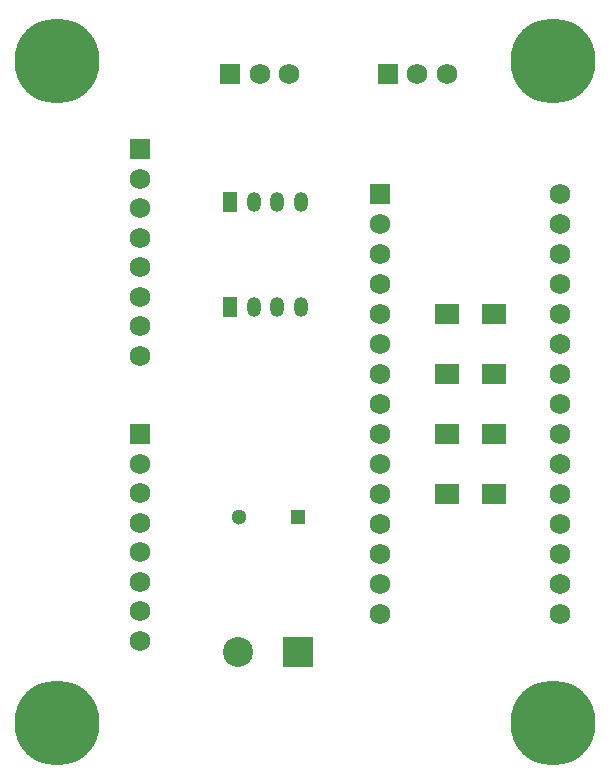
<source format=gbr>
G04 #@! TF.FileFunction,Soldermask,Top*
%FSLAX46Y46*%
G04 Gerber Fmt 4.6, Leading zero omitted, Abs format (unit mm)*
G04 Created by KiCad (PCBNEW 4.0.3+e1-6302~38~ubuntu15.04.1-stable) date Sat Aug 27 17:27:27 2016*
%MOMM*%
%LPD*%
G01*
G04 APERTURE LIST*
%ADD10C,0.100000*%
%ADD11R,1.727200X1.727200*%
%ADD12C,1.727200*%
%ADD13R,1.300000X1.300000*%
%ADD14C,1.300000*%
%ADD15R,1.750000X1.750000*%
%ADD16C,1.750000*%
%ADD17R,1.200000X1.700000*%
%ADD18O,1.200000X1.700000*%
%ADD19R,2.540000X2.540000*%
%ADD20C,2.540000*%
%ADD21R,2.000000X1.700000*%
%ADD22C,7.200000*%
G04 APERTURE END LIST*
D10*
D11*
X86360000Y-55245000D03*
D12*
X86360000Y-57785000D03*
X86360000Y-60325000D03*
X86360000Y-62865000D03*
X86360000Y-65405000D03*
X86360000Y-67945000D03*
X86360000Y-70485000D03*
X86360000Y-73025000D03*
X86360000Y-75565000D03*
X86360000Y-78105000D03*
X86360000Y-80645000D03*
X86360000Y-83185000D03*
X86360000Y-85725000D03*
X86360000Y-88265000D03*
X86360000Y-90805000D03*
X101600000Y-90805000D03*
X101600000Y-88265000D03*
X101600000Y-85725000D03*
X101600000Y-83185000D03*
X101600000Y-80645000D03*
X101600000Y-78105000D03*
X101600000Y-75565000D03*
X101600000Y-73025000D03*
X101600000Y-70485000D03*
X101600000Y-67945000D03*
X101600000Y-65405000D03*
X101600000Y-62865000D03*
X101600000Y-60325000D03*
X101600000Y-57785000D03*
X101600000Y-55245000D03*
D13*
X79375000Y-82550000D03*
D14*
X74375000Y-82550000D03*
D15*
X66040000Y-51435000D03*
D16*
X66040000Y-53935000D03*
X66040000Y-56435000D03*
X66040000Y-58935000D03*
X66040000Y-61435000D03*
X66040000Y-63935000D03*
X66040000Y-66435000D03*
X66040000Y-68935000D03*
D15*
X66040000Y-75565000D03*
D16*
X66040000Y-78065000D03*
X66040000Y-80565000D03*
X66040000Y-83065000D03*
X66040000Y-85565000D03*
X66040000Y-88065000D03*
X66040000Y-90565000D03*
X66040000Y-93065000D03*
D17*
X73660000Y-55880000D03*
D18*
X75660000Y-55880000D03*
X77660000Y-55880000D03*
X79660000Y-55880000D03*
D17*
X73660000Y-64770000D03*
D18*
X75660000Y-64770000D03*
X77660000Y-64770000D03*
X79660000Y-64770000D03*
D19*
X79375000Y-93980000D03*
D20*
X74295000Y-93980000D03*
D21*
X95980000Y-80645000D03*
X91980000Y-80645000D03*
X95980000Y-75565000D03*
X91980000Y-75565000D03*
X95980000Y-70485000D03*
X91980000Y-70485000D03*
X95980000Y-65405000D03*
X91980000Y-65405000D03*
D15*
X73660000Y-45085000D03*
D16*
X76160000Y-45085000D03*
X78660000Y-45085000D03*
D15*
X86995000Y-45085000D03*
D16*
X89495000Y-45085000D03*
X91995000Y-45085000D03*
D22*
X59000000Y-44000000D03*
X101000000Y-44000000D03*
X59000000Y-100000000D03*
X101000000Y-100000000D03*
M02*

</source>
